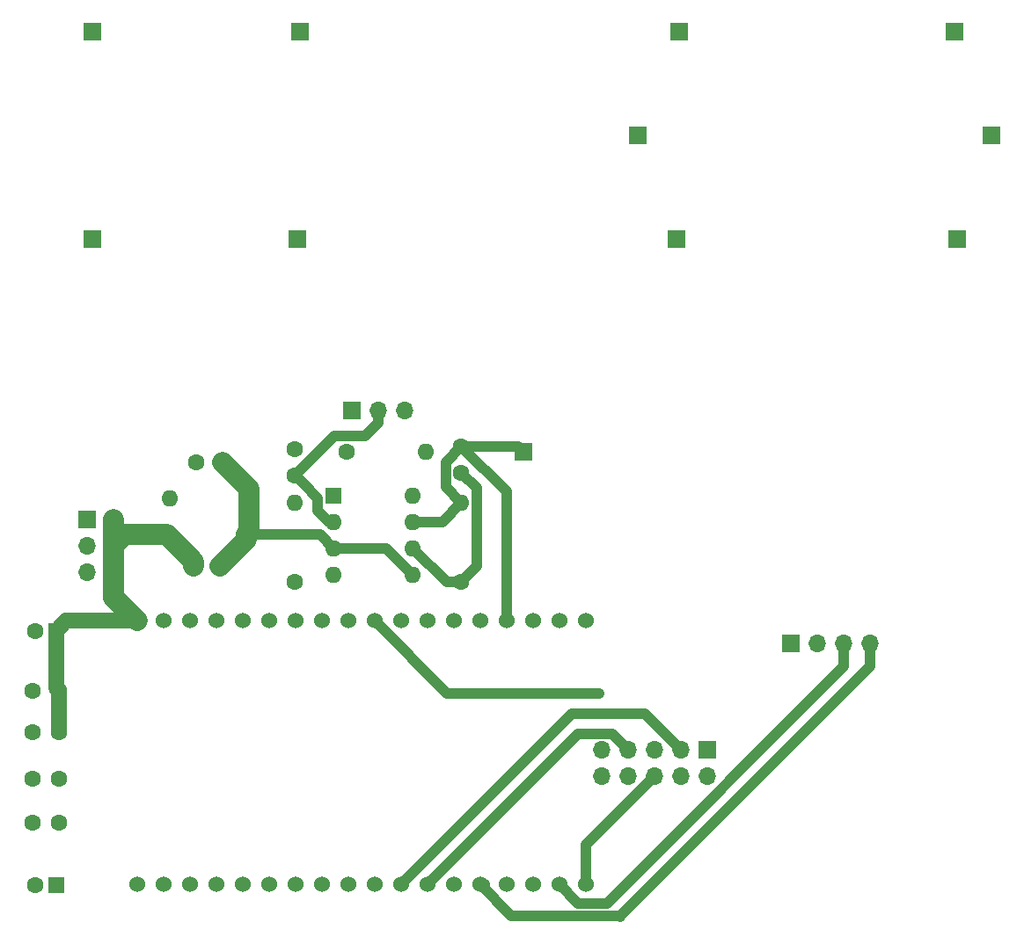
<source format=gbr>
%TF.GenerationSoftware,KiCad,Pcbnew,8.0.6*%
%TF.CreationDate,2024-12-05T23:25:44+00:00*%
%TF.ProjectId,DiamondGeezer,4469616d-6f6e-4644-9765-657a65722e6b,rev?*%
%TF.SameCoordinates,Original*%
%TF.FileFunction,Copper,L1,Top*%
%TF.FilePolarity,Positive*%
%FSLAX46Y46*%
G04 Gerber Fmt 4.6, Leading zero omitted, Abs format (unit mm)*
G04 Created by KiCad (PCBNEW 8.0.6) date 2024-12-05 23:25:44*
%MOMM*%
%LPD*%
G01*
G04 APERTURE LIST*
%TA.AperFunction,ComponentPad*%
%ADD10R,1.700000X1.700000*%
%TD*%
%TA.AperFunction,ComponentPad*%
%ADD11O,1.700000X1.700000*%
%TD*%
%TA.AperFunction,ComponentPad*%
%ADD12C,1.600000*%
%TD*%
%TA.AperFunction,ComponentPad*%
%ADD13O,1.600000X1.600000*%
%TD*%
%TA.AperFunction,ComponentPad*%
%ADD14C,1.524000*%
%TD*%
%TA.AperFunction,ComponentPad*%
%ADD15R,1.600000X1.600000*%
%TD*%
%TA.AperFunction,ViaPad*%
%ADD16C,0.600000*%
%TD*%
%TA.AperFunction,Conductor*%
%ADD17C,1.000000*%
%TD*%
%TA.AperFunction,Conductor*%
%ADD18C,2.000000*%
%TD*%
%TA.AperFunction,Conductor*%
%ADD19C,1.500000*%
%TD*%
G04 APERTURE END LIST*
D10*
%TO.P,J2,1,Pin_1*%
%TO.N,/5V*%
X166750000Y-112725000D03*
D11*
%TO.P,J2,2,Pin_2*%
%TO.N,GND*%
X169290000Y-112725000D03*
%TO.P,J2,3,Pin_3*%
%TO.N,/I2C_SCK*%
X171830000Y-112725000D03*
%TO.P,J2,4,Pin_4*%
%TO.N,/I2C_SDA*%
X174370000Y-112725000D03*
%TD*%
D10*
%TO.P,J9,1,Pin_1*%
%TO.N,GND*%
X99500000Y-53750000D03*
%TD*%
%TO.P,J10,1,Pin_1*%
%TO.N,GND*%
X99500000Y-73750000D03*
%TD*%
D12*
%TO.P,C5,1*%
%TO.N,/5V*%
X96250000Y-121300000D03*
%TO.P,C5,2*%
%TO.N,GND*%
X93750000Y-121300000D03*
%TD*%
D10*
%TO.P,J7,1,Pin_1*%
%TO.N,GND*%
X156000000Y-53750000D03*
%TD*%
D12*
%TO.P,R2,1*%
%TO.N,/FAKE_GND*%
X114540000Y-98750000D03*
D13*
%TO.P,R2,2*%
%TO.N,GND*%
X106920000Y-98750000D03*
%TD*%
D10*
%TO.P,OScope1,1,Pin_1*%
%TO.N,/ADC_SIGNAL*%
X141000000Y-94250000D03*
%TD*%
D12*
%TO.P,R3,1*%
%TO.N,Net-(C2-Pad2)*%
X123960000Y-94250000D03*
D13*
%TO.P,R3,2*%
%TO.N,Net-(U2B--)*%
X131580000Y-94250000D03*
%TD*%
D10*
%TO.P,J6,1,Pin_1*%
%TO.N,GND*%
X182750000Y-73750000D03*
%TD*%
D12*
%TO.P,C7,1*%
%TO.N,/3V3*%
X96250000Y-130000000D03*
%TO.P,C7,2*%
%TO.N,GND*%
X93750000Y-130000000D03*
%TD*%
D10*
%TO.P,J13,1,Pin_1*%
%TO.N,GND*%
X186000000Y-63750000D03*
%TD*%
%TO.P,J12,1,Pin_1*%
%TO.N,GND*%
X182500000Y-53750000D03*
%TD*%
D12*
%TO.P,C1,1*%
%TO.N,Net-(U2B--)*%
X135000000Y-96250000D03*
%TO.P,C1,2*%
%TO.N,/ADC_SIGNAL*%
X135000000Y-93750000D03*
%TD*%
%TO.P,R5,1*%
%TO.N,Net-(U2B--)*%
X135000000Y-106790000D03*
D13*
%TO.P,R5,2*%
%TO.N,/ADC_SIGNAL*%
X135000000Y-99170000D03*
%TD*%
D10*
%TO.P,5V_SUPP1,1,Pin_1*%
%TO.N,GND*%
X99000000Y-100750000D03*
D11*
%TO.P,5V_SUPP1,2,Pin_2*%
%TO.N,/5V*%
X101540000Y-100750000D03*
%TO.P,5V_SUPP1,3,Pin_3*%
%TO.N,GND*%
X99000000Y-103290000D03*
%TO.P,5V_SUPP1,4,Pin_4*%
%TO.N,/5V*%
X101540000Y-103290000D03*
%TO.P,5V_SUPP1,5,Pin_5*%
%TO.N,GND*%
X99000000Y-105830000D03*
%TO.P,5V_SUPP1,6,Pin_6*%
%TO.N,/5V*%
X101540000Y-105830000D03*
%TD*%
D12*
%TO.P,C3,1*%
%TO.N,/FAKE_GND*%
X112000000Y-95250000D03*
%TO.P,C3,2*%
%TO.N,GND*%
X109500000Y-95250000D03*
%TD*%
D10*
%TO.P,J11,1,Pin_1*%
%TO.N,GND*%
X152000000Y-63750000D03*
%TD*%
D12*
%TO.P,C4,1*%
%TO.N,/5V*%
X109250000Y-105250000D03*
%TO.P,C4,2*%
%TO.N,/FAKE_GND*%
X111750000Y-105250000D03*
%TD*%
%TO.P,C6,1*%
%TO.N,/5V*%
X96250000Y-117250000D03*
%TO.P,C6,2*%
%TO.N,GND*%
X93750000Y-117250000D03*
%TD*%
D14*
%TO.P,U1,1,EN*%
%TO.N,unconnected-(U1-EN-Pad1)*%
X146960000Y-110550000D03*
%TO.P,U1,2,GPIO36_ADC-CH0_SENS-VP_RTC-GPIO0*%
%TO.N,unconnected-(U1-GPIO36_ADC-CH0_SENS-VP_RTC-GPIO0-Pad2)*%
X144420000Y-110550000D03*
%TO.P,U1,3,GPIO39_ADC1-CH3_SENS-VN_RTC-GPIO3*%
%TO.N,unconnected-(U1-GPIO39_ADC1-CH3_SENS-VN_RTC-GPIO3-Pad3)*%
X141880000Y-110550000D03*
%TO.P,U1,4,GPIO34_ADC1-CH6_RTC-GPIO4*%
%TO.N,/ADC_SIGNAL*%
X139340000Y-110550000D03*
%TO.P,U1,5,GPIO35_ADC1-CH7_RTC-GPIO5*%
%TO.N,unconnected-(U1-GPIO35_ADC1-CH7_RTC-GPIO5-Pad5)*%
X136800000Y-110550000D03*
%TO.P,U1,6,GPIO32_ADC1-CH4_RTC-GPIO9*%
%TO.N,unconnected-(U1-GPIO32_ADC1-CH4_RTC-GPIO9-Pad6)*%
X134260000Y-110550000D03*
%TO.P,U1,7,GPIO33_ADC1-CH5_RTC-GPIO8*%
%TO.N,unconnected-(U1-GPIO33_ADC1-CH5_RTC-GPIO8-Pad7)*%
X131720000Y-110550000D03*
%TO.P,U1,8,GPIO25_ADC2-CH8_DAC1_RTC-GPIO6*%
%TO.N,unconnected-(U1-GPIO25_ADC2-CH8_DAC1_RTC-GPIO6-Pad8)*%
X129180000Y-110550000D03*
%TO.P,U1,9,GPIO26_ADC2-CH9_DAC2_RTC-GPIO7*%
%TO.N,/SIGGEN_LE*%
X126640000Y-110550000D03*
%TO.P,U1,10,GPIO27_ADC2-CH7_RTC-GPIO17*%
%TO.N,unconnected-(U1-GPIO27_ADC2-CH7_RTC-GPIO17-Pad10)*%
X124100000Y-110550000D03*
%TO.P,U1,11,GPIO14_ADC2-CH6_HSPI-CLK_RTC-GPIO16*%
%TO.N,unconnected-(U1-GPIO14_ADC2-CH6_HSPI-CLK_RTC-GPIO16-Pad11)*%
X121560000Y-110550000D03*
%TO.P,U1,12,GPIO12_ADC2-CH5_HSPI-MISO_RTC-GPIO15*%
%TO.N,unconnected-(U1-GPIO12_ADC2-CH5_HSPI-MISO_RTC-GPIO15-Pad12)*%
X119020000Y-110550000D03*
%TO.P,U1,13,GPIO13_ADC2-CH4_HSPI-MOSI_RTC-GPIO14*%
%TO.N,unconnected-(U1-GPIO13_ADC2-CH4_HSPI-MOSI_RTC-GPIO14-Pad13)*%
X116480000Y-110550000D03*
%TO.P,U1,14,GPIO9_SHD/SD2*%
%TO.N,unconnected-(U1-GPIO9_SHD{slash}SD2-Pad14)*%
X113940000Y-110550000D03*
%TO.P,U1,15,GPIO10_SWP/SD3*%
%TO.N,unconnected-(U1-GPIO10_SWP{slash}SD3-Pad15)*%
X111400000Y-110550000D03*
%TO.P,U1,16,GPIO11_CSC/CMD*%
%TO.N,unconnected-(U1-GPIO11_CSC{slash}CMD-Pad16)*%
X108860000Y-110550000D03*
%TO.P,U1,17,GND*%
%TO.N,GND*%
X106320000Y-110550000D03*
%TO.P,U1,18,VIN*%
%TO.N,/5V*%
X103780000Y-110550000D03*
%TO.P,U1,19,3V3*%
%TO.N,/3V3*%
X103780000Y-135950000D03*
%TO.P,U1,20,GPIO6_SCK/CLK*%
%TO.N,unconnected-(U1-GPIO6_SCK{slash}CLK-Pad20)*%
X106320000Y-135950000D03*
%TO.P,U1,21,GPIO7_SDO/SD0*%
%TO.N,unconnected-(U1-GPIO7_SDO{slash}SD0-Pad21)*%
X108860000Y-135950000D03*
%TO.P,U1,22,GPIO8_SDI/SD1*%
%TO.N,unconnected-(U1-GPIO8_SDI{slash}SD1-Pad22)*%
X111400000Y-135950000D03*
%TO.P,U1,23,GPIO0_ADC2-CH1_RTC-GPIO11*%
%TO.N,unconnected-(U1-GPIO0_ADC2-CH1_RTC-GPIO11-Pad23)*%
X113940000Y-135950000D03*
%TO.P,U1,24,GPIO15_ADC2-CH3_HSPI-CS0_RTC-GPIO13*%
%TO.N,unconnected-(U1-GPIO15_ADC2-CH3_HSPI-CS0_RTC-GPIO13-Pad24)*%
X116480000Y-135950000D03*
%TO.P,U1,25,GPIO2_ADC2-CH2_RTC-GPIO12*%
%TO.N,unconnected-(U1-GPIO2_ADC2-CH2_RTC-GPIO12-Pad25)*%
X119020000Y-135950000D03*
%TO.P,U1,26,GPIO4_ADC2-CH0_RTC-GPIO10*%
%TO.N,unconnected-(U1-GPIO4_ADC2-CH0_RTC-GPIO10-Pad26)*%
X121560000Y-135950000D03*
%TO.P,U1,27,GPIO16_UART2-RX*%
%TO.N,unconnected-(U1-GPIO16_UART2-RX-Pad27)*%
X124100000Y-135950000D03*
%TO.P,U1,28,GPIO17_UART2-TX*%
%TO.N,unconnected-(U1-GPIO17_UART2-TX-Pad28)*%
X126640000Y-135950000D03*
%TO.P,U1,29,GPIO5_VSPI-CS0*%
%TO.N,/SIGGEN_CS*%
X129180000Y-135950000D03*
%TO.P,U1,30,GPIO18_VSPI-CLK*%
%TO.N,/SIGGEN_SCK*%
X131720000Y-135950000D03*
%TO.P,U1,31,GPIO19_VSPI-MISO*%
%TO.N,unconnected-(U1-GPIO19_VSPI-MISO-Pad31)*%
X134260000Y-135950000D03*
%TO.P,U1,32,GPIO21_I2C-SDA*%
%TO.N,/I2C_SDA*%
X136800000Y-135950000D03*
%TO.P,U1,33,GPIO3__UART0-RX*%
%TO.N,unconnected-(U1-GPIO3__UART0-RX-Pad33)*%
X139340000Y-135950000D03*
%TO.P,U1,34,GPIO1_UART0-TX*%
%TO.N,unconnected-(U1-GPIO1_UART0-TX-Pad34)*%
X141880000Y-135950000D03*
%TO.P,U1,35,GPIO22_I2C-SCL*%
%TO.N,/I2C_SCK*%
X144420000Y-135950000D03*
%TO.P,U1,36,GPIO23_VSPI-MOSI*%
%TO.N,/SIGGEN_DAT*%
X146960000Y-135950000D03*
%TD*%
D15*
%TO.P,U2,1*%
%TO.N,Net-(C2-Pad2)*%
X122700000Y-98450000D03*
D13*
%TO.P,U2,2,-*%
%TO.N,/PHOTO_DETECT*%
X122700000Y-100990000D03*
%TO.P,U2,3,+*%
%TO.N,/FAKE_GND*%
X122700000Y-103530000D03*
%TO.P,U2,4,V-*%
%TO.N,GND*%
X122700000Y-106070000D03*
%TO.P,U2,5,+*%
%TO.N,/FAKE_GND*%
X130320000Y-106070000D03*
%TO.P,U2,6,-*%
%TO.N,Net-(U2B--)*%
X130320000Y-103530000D03*
%TO.P,U2,7*%
%TO.N,/ADC_SIGNAL*%
X130320000Y-100990000D03*
%TO.P,U2,8,V+*%
%TO.N,/5V*%
X130320000Y-98450000D03*
%TD*%
D12*
%TO.P,C8,1*%
%TO.N,/3V3*%
X96250000Y-125750000D03*
%TO.P,C8,2*%
%TO.N,GND*%
X93750000Y-125750000D03*
%TD*%
D10*
%TO.P,PHOTODIODE1,1,Pin_1*%
%TO.N,/5V*%
X124500000Y-90250000D03*
D11*
%TO.P,PHOTODIODE1,2,Pin_2*%
%TO.N,/PHOTO_DETECT*%
X127040000Y-90250000D03*
%TO.P,PHOTODIODE1,3,Pin_3*%
%TO.N,GND*%
X129580000Y-90250000D03*
%TD*%
D10*
%TO.P,J1,1,Pin_1*%
%TO.N,GND*%
X119250000Y-73750000D03*
%TD*%
D12*
%TO.P,R4,1*%
%TO.N,/PHOTO_DETECT*%
X119000000Y-106750000D03*
D13*
%TO.P,R4,2*%
%TO.N,Net-(C2-Pad2)*%
X119000000Y-99130000D03*
%TD*%
D15*
%TO.P,C9,1*%
%TO.N,/5V*%
X96000000Y-111500000D03*
D12*
%TO.P,C9,2*%
%TO.N,GND*%
X94000000Y-111500000D03*
%TD*%
%TO.P,C2,1*%
%TO.N,/PHOTO_DETECT*%
X119000000Y-96500000D03*
%TO.P,C2,2*%
%TO.N,Net-(C2-Pad2)*%
X119000000Y-94000000D03*
%TD*%
D10*
%TO.P,J3,1,Pin_1*%
%TO.N,GND*%
X155750000Y-73750000D03*
%TD*%
%TO.P,J8,1,Pin_1*%
%TO.N,GND*%
X119500000Y-53750000D03*
%TD*%
D12*
%TO.P,R1,1*%
%TO.N,/5V*%
X106690000Y-102250000D03*
D13*
%TO.P,R1,2*%
%TO.N,/FAKE_GND*%
X114310000Y-102250000D03*
%TD*%
D15*
%TO.P,C10,1*%
%TO.N,/3V3*%
X96000000Y-136000000D03*
D12*
%TO.P,C10,2*%
%TO.N,GND*%
X94000000Y-136000000D03*
%TD*%
D10*
%TO.P,SIGGEN1,1,Pin_1*%
%TO.N,GND*%
X158660000Y-122960000D03*
D11*
%TO.P,SIGGEN1,2,Pin_2*%
%TO.N,/3V3*%
X158660000Y-125500000D03*
%TO.P,SIGGEN1,3,Pin_3*%
%TO.N,/SIGGEN_CS*%
X156120000Y-122960000D03*
%TO.P,SIGGEN1,4,Pin_4*%
%TO.N,GND*%
X156120000Y-125500000D03*
%TO.P,SIGGEN1,5,Pin_5*%
%TO.N,/SIGGEN_LE*%
X153580000Y-122960000D03*
%TO.P,SIGGEN1,6,Pin_6*%
%TO.N,/SIGGEN_DAT*%
X153580000Y-125500000D03*
%TO.P,SIGGEN1,7,Pin_7*%
%TO.N,/SIGGEN_SCK*%
X151040000Y-122960000D03*
%TO.P,SIGGEN1,8,Pin_8*%
%TO.N,unconnected-(SIGGEN1-Pin_8-Pad8)*%
X151040000Y-125500000D03*
%TO.P,SIGGEN1,9,Pin_9*%
%TO.N,unconnected-(SIGGEN1-Pin_9-Pad9)*%
X148500000Y-122960000D03*
%TO.P,SIGGEN1,10,Pin_10*%
%TO.N,unconnected-(SIGGEN1-Pin_10-Pad10)*%
X148500000Y-125500000D03*
%TD*%
D16*
%TO.N,/SIGGEN_LE*%
X148250000Y-117500000D03*
%TD*%
D17*
%TO.N,Net-(U2B--)*%
X136500000Y-105290000D02*
X135000000Y-106790000D01*
X136500000Y-97750000D02*
X136500000Y-105290000D01*
X135000000Y-106790000D02*
X133580000Y-106790000D01*
X135000000Y-96250000D02*
X136500000Y-97750000D01*
X133580000Y-106790000D02*
X130320000Y-103530000D01*
%TO.N,/ADC_SIGNAL*%
X133180000Y-100990000D02*
X135000000Y-99170000D01*
X135000000Y-93750000D02*
X133500000Y-95250000D01*
X135000000Y-93750000D02*
X140500000Y-93750000D01*
X133500000Y-95250000D02*
X133500000Y-97670000D01*
X140500000Y-93750000D02*
X141000000Y-94250000D01*
X133500000Y-97670000D02*
X135000000Y-99170000D01*
X139340000Y-110550000D02*
X139340000Y-98090000D01*
X139340000Y-98090000D02*
X135000000Y-93750000D01*
X130320000Y-100990000D02*
X133180000Y-100990000D01*
%TO.N,/PHOTO_DETECT*%
X121200000Y-98730002D02*
X121200000Y-99950000D01*
X119000000Y-96500000D02*
X119799999Y-97299999D01*
X127040000Y-91452081D02*
X125742081Y-92750000D01*
X122240000Y-100990000D02*
X122700000Y-100990000D01*
X127040000Y-90250000D02*
X127040000Y-91452081D01*
X125742081Y-92750000D02*
X122750000Y-92750000D01*
X122750000Y-92750000D02*
X119000000Y-96500000D01*
X121200000Y-99950000D02*
X122240000Y-100990000D01*
X119799999Y-97330001D02*
X121200000Y-98730002D01*
X119799999Y-97299999D02*
X119799999Y-97330001D01*
D18*
%TO.N,/FAKE_GND*%
X114540000Y-98750000D02*
X114540000Y-97790000D01*
D17*
X114310000Y-102250000D02*
X121420000Y-102250000D01*
D18*
X114540000Y-102020000D02*
X114310000Y-102250000D01*
X114540000Y-98750000D02*
X114540000Y-102020000D01*
D17*
X127780000Y-103530000D02*
X130320000Y-106070000D01*
D18*
X114310000Y-102250000D02*
X114310000Y-102690000D01*
X114540000Y-97790000D02*
X112000000Y-95250000D01*
D17*
X122700000Y-103530000D02*
X127780000Y-103530000D01*
D18*
X114310000Y-102690000D02*
X111750000Y-105250000D01*
D17*
X121420000Y-102250000D02*
X122700000Y-103530000D01*
D18*
%TO.N,/5V*%
X109250000Y-104810000D02*
X106690000Y-102250000D01*
X106690000Y-102250000D02*
X102580000Y-102250000D01*
D19*
X96950000Y-110550000D02*
X96000000Y-111500000D01*
D18*
X101540000Y-105830000D02*
X101540000Y-108310000D01*
D19*
X96000000Y-117000000D02*
X96250000Y-117250000D01*
D18*
X102580000Y-102250000D02*
X101540000Y-103290000D01*
X101540000Y-103290000D02*
X101540000Y-105830000D01*
X101540000Y-100750000D02*
X101540000Y-103290000D01*
D19*
X96250000Y-117250000D02*
X96250000Y-121300000D01*
D18*
X109250000Y-105250000D02*
X109250000Y-104810000D01*
D19*
X96000000Y-111500000D02*
X96000000Y-117000000D01*
D18*
X101540000Y-108310000D02*
X103780000Y-110550000D01*
D19*
X103780000Y-110550000D02*
X96950000Y-110550000D01*
D17*
%TO.N,/SIGGEN_SCK*%
X131720000Y-135950000D02*
X146260000Y-121410000D01*
X149490000Y-121410000D02*
X151040000Y-122960000D01*
X146260000Y-121410000D02*
X149490000Y-121410000D01*
%TO.N,/SIGGEN_DAT*%
X146960000Y-132120000D02*
X153580000Y-125500000D01*
X146960000Y-135950000D02*
X146960000Y-132120000D01*
%TO.N,/SIGGEN_CS*%
X129180000Y-135950000D02*
X145630000Y-119500000D01*
X152660000Y-119500000D02*
X156120000Y-122960000D01*
X156120000Y-122960000D02*
X155960000Y-122960000D01*
X156120000Y-122960000D02*
X156120000Y-122870000D01*
X145630000Y-119500000D02*
X152660000Y-119500000D01*
%TO.N,/SIGGEN_LE*%
X133590000Y-117500000D02*
X126640000Y-110550000D01*
X148250000Y-117500000D02*
X133590000Y-117500000D01*
%TO.N,/I2C_SCK*%
X171830000Y-112725000D02*
X171482032Y-112725000D01*
X144420000Y-135950000D02*
X146220000Y-137750000D01*
X171830000Y-114920000D02*
X171830000Y-112725000D01*
X146220000Y-137750000D02*
X149000000Y-137750000D01*
X171830000Y-114920000D02*
X149000000Y-137750000D01*
%TO.N,/I2C_SDA*%
X150000000Y-138950000D02*
X150200000Y-138950000D01*
X136800000Y-135950000D02*
X137272419Y-135950000D01*
X139800000Y-138950000D02*
X150000000Y-138950000D01*
X174370000Y-112725000D02*
X174370000Y-114880000D01*
X174370000Y-114880000D02*
X150300000Y-138950000D01*
X150200000Y-138950000D02*
X150250000Y-139000000D01*
X150300000Y-138950000D02*
X150000000Y-138950000D01*
X139800000Y-138950000D02*
X136800000Y-135950000D01*
%TD*%
M02*

</source>
